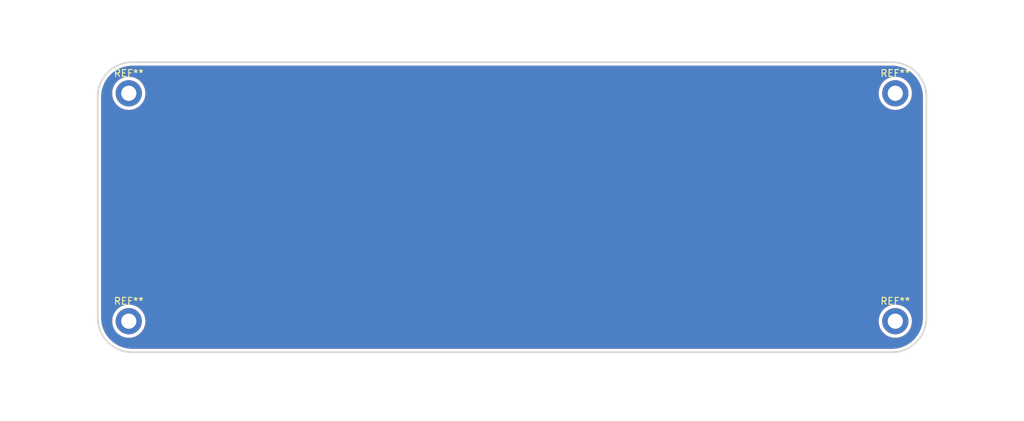
<source format=kicad_pcb>
(kicad_pcb (version 20211014) (generator pcbnew)
  (layers (0 "F.Cu" signal) (31 "B.Cu" signal) (34 "B.Paste" user) (35 "F.Paste" user) (36 "B.SilkS" user "B.Silkscreen") (37 "F.SilkS" user "F.Silkscreen") (38 "B.Mask" user) (39 "F.Mask" user) (44 "Edge.Cuts" user))
  (net 0 "")
  (footprint "MountingHole:MountingHole_2.2mm_M2_DIN965_Pad_TopBottom" (layer "F.Cu") (at 94.83 79.55)
    (fp_text reference "REF**" (at 0 -2.9) (layer "F.SilkS"))
    (fp_text value "MountingHole_2.2mm_M2_DIN965_Pad_TopBottom")
    (pad "1" connect circle locked (at 0 0) (size 3.8 3.8) (layers "B.Cu" "B.Mask"))
    (pad "1" connect circle locked (at 0 0) (size 3.8 3.8) (layers "F.Cu" "F.Mask"))
    (pad "1" thru_hole circle locked (at 0 0) (size 2.6 2.6) (drill 2.2) (layers *.Cu *.Mask))
  )
  (footprint "MountingHole:MountingHole_2.2mm_M2_DIN965_Pad_TopBottom" (layer "F.Cu") (at 205.83 112.55)
    (fp_text reference "REF**" (at 0 -2.9) (layer "F.SilkS"))
    (fp_text value "MountingHole_2.2mm_M2_DIN965_Pad_TopBottom")
    (pad "1" connect circle locked (at 0 0) (size 3.8 3.8) (layers "B.Cu" "B.Mask"))
    (pad "1" connect circle locked (at 0 0) (size 3.8 3.8) (layers "F.Cu" "F.Mask"))
    (pad "1" thru_hole circle locked (at 0 0) (size 2.6 2.6) (drill 2.2) (layers *.Cu *.Mask))
  )
  (footprint "MountingHole:MountingHole_2.2mm_M2_DIN965_Pad_TopBottom" (layer "F.Cu") (at 205.83 79.55)
    (fp_text reference "REF**" (at 0 -2.9) (layer "F.SilkS"))
    (fp_text value "MountingHole_2.2mm_M2_DIN965_Pad_TopBottom")
    (pad "1" connect circle locked (at 0 0) (size 3.8 3.8) (layers "B.Cu" "B.Mask"))
    (pad "1" connect circle locked (at 0 0) (size 3.8 3.8) (layers "F.Cu" "F.Mask"))
    (pad "1" thru_hole circle locked (at 0 0) (size 2.6 2.6) (drill 2.2) (layers *.Cu *.Mask))
  )
  (footprint "MountingHole:MountingHole_2.2mm_M2_DIN965_Pad_TopBottom" (layer "F.Cu") (at 94.83 112.55)
    (fp_text reference "REF**" (at 0 -2.9) (layer "F.SilkS"))
    (fp_text value "MountingHole_2.2mm_M2_DIN965_Pad_TopBottom")
    (pad "1" connect circle locked (at 0 0) (size 3.8 3.8) (layers "B.Cu" "B.Mask"))
    (pad "1" connect circle locked (at 0 0) (size 3.8 3.8) (layers "F.Cu" "F.Mask"))
    (pad "1" thru_hole circle locked (at 0 0) (size 2.6 2.6) (drill 2.2) (layers *.Cu *.Mask))
  )
  (gr_line (start 95.33 117.05) (end 205.33 117.05) (layer "Edge.Cuts") (width 0.25))
  (gr_arc (start 90.33 80.05) (mid 91.794466 76.514466) (end 95.33 75.05) (layer "Edge.Cuts") (width 0.25))
  (gr_arc (start 95.33 117.05) (mid 91.794466 115.585534) (end 90.33 112.05) (layer "Edge.Cuts") (width 0.25))
  (gr_line (start 210.33 112.05) (end 210.33 80.05) (layer "Edge.Cuts") (width 0.25))
  (gr_line (start 90.33 80.05) (end 90.33 112.05) (layer "Edge.Cuts") (width 0.25))
  (gr_arc (start 210.33 112.05) (mid 208.865534 115.585534) (end 205.33 117.05) (layer "Edge.Cuts") (width 0.25))
  (gr_arc (start 205.33 75.05) (mid 208.865534 76.514466) (end 210.33 80.05) (layer "Edge.Cuts") (width 0.25))
  (gr_line (start 205.33 75.05) (end 95.33 75.05) (layer "Edge.Cuts") (width 0.25))
  (zone (net 0) (net_name "") (layers F&B.Cu) (connect_pads (clearance 0.508)) (min_thickness 0.254) (fill yes (thermal_gap 0.508) (thermal_bridge_width 0.508))
    (polygon (pts (xy 218.44 127) (xy 81.28 127) (xy 81.28 66.04) (xy 218.44 66.04)))
  )
)
</source>
